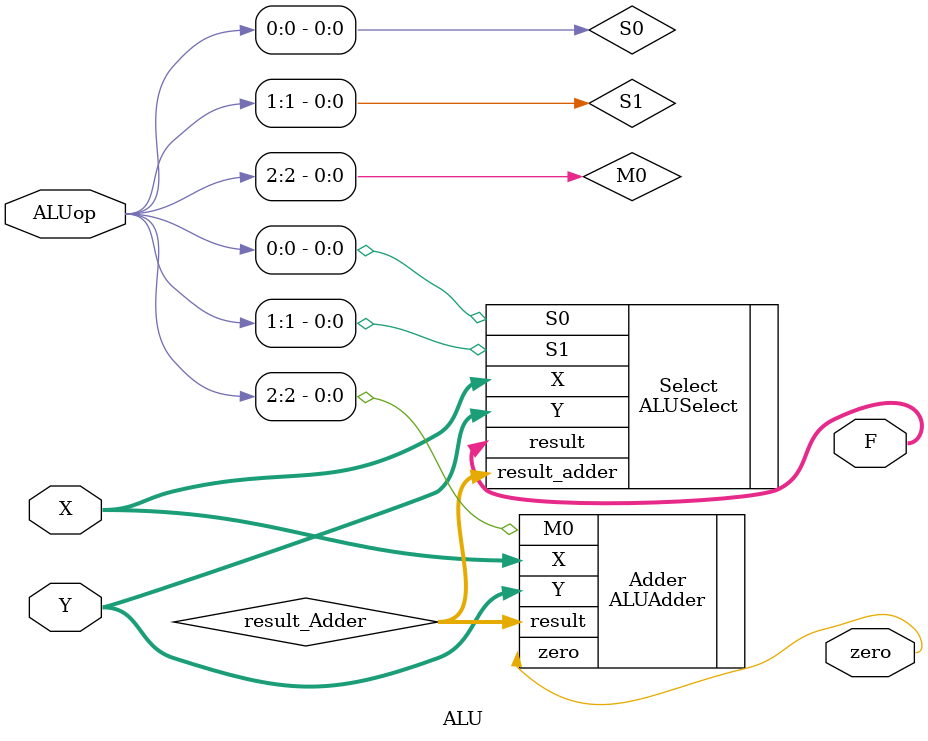
<source format=sv>

module ALU
 #(parameter DATAWIDTH = 32)
(
    output logic[DATAWIDTH-1:0] F,      //ALU输出结果
    output logic zero,                  //零标志
    //input  logic[1:0] ALUop,            //功能选择端{M0,S1,S0}
    //上一句出错了，ALUop少了一位，2020.6.28修改：
    input  logic[2:0] ALUop,            //功能选择端{M0,S1,S0}
    input  logic[DATAWIDTH-1:0] X,      //源数据X
    input  logic[DATAWIDTH-1:0] Y       //源数据Y
);

/********************************译码器部分*****************************************/
logic M0;                         
logic S1,S0;                    //多路选择器选择开关
assign {M0,S1,S0} = ALUop;      //组合起来在CPU主设计程序中的ALUDecode中获得数据
/**********************************************************************************/

/********************************加法器部分*****************************************/
logic [DATAWIDTH:0] result_Adder;       //加法器结果
ALUAdder #(DATAWIDTH) Adder(.M0(M0),.X(X),.Y(Y),.result(result_Adder),.zero(zero));
                //systemVerilog换行直接回车即可，毕竟不像python一样缩进就可以直接表示层次
                //实例化加法器
                //carryout删去，因为加法器的进位并非最后整个器件结果的进位，因此并入F
/**********************************************************************************/

/******************************多路选择器部分***************************************/
ALUSelect #(DATAWIDTH) Select(.X(X),.Y(Y),.result_adder(result_Adder),
                                .S0(S0),.S1(S1),.result(F));
                //实例化多路选择器

endmodule
</source>
